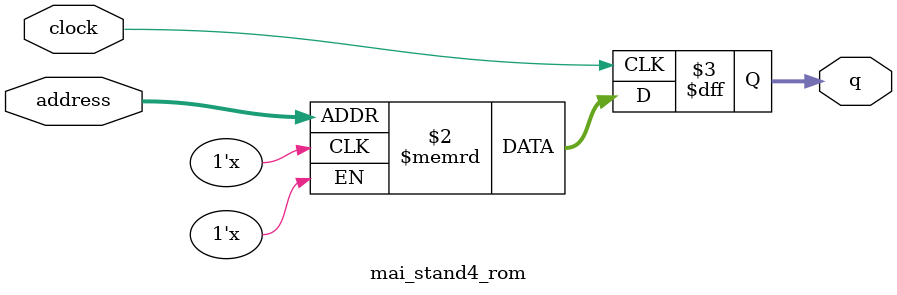
<source format=sv>
module mai_stand4_rom (
	input logic clock,
	input logic [12:0] address,
	output logic [3:0] q
);

logic [3:0] memory [0:7621] /* synthesis ram_init_file = "./mai_stand4/mai_stand4.COE" */;

always_ff @ (posedge clock) begin
	q <= memory[address];
end

endmodule

</source>
